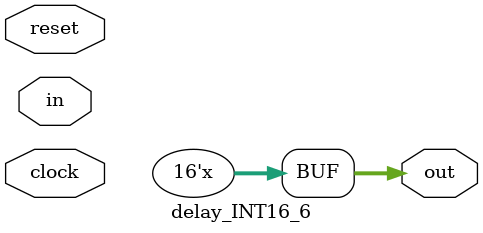
<source format=v>
module delay_INT16_6(

    clock,
    reset,
    in,
    out);

input [15:0] in;
output [15:0] out;
input clock;
input reset;
wire [15:0] in;
wire [15:0] out;
reg [15:0] state_0;
reg [15:0] state_1;
reg [15:0] state_2;
always @(posedge clock) begin
state_0 <= {in};
state_1 <= {state_0[14:0], state_0[15]};
state_2 <= {state_1[14:0], state_1[15]};
end
assign out = state_5[15:0];
endmodule //delay_INT16_6

</source>
